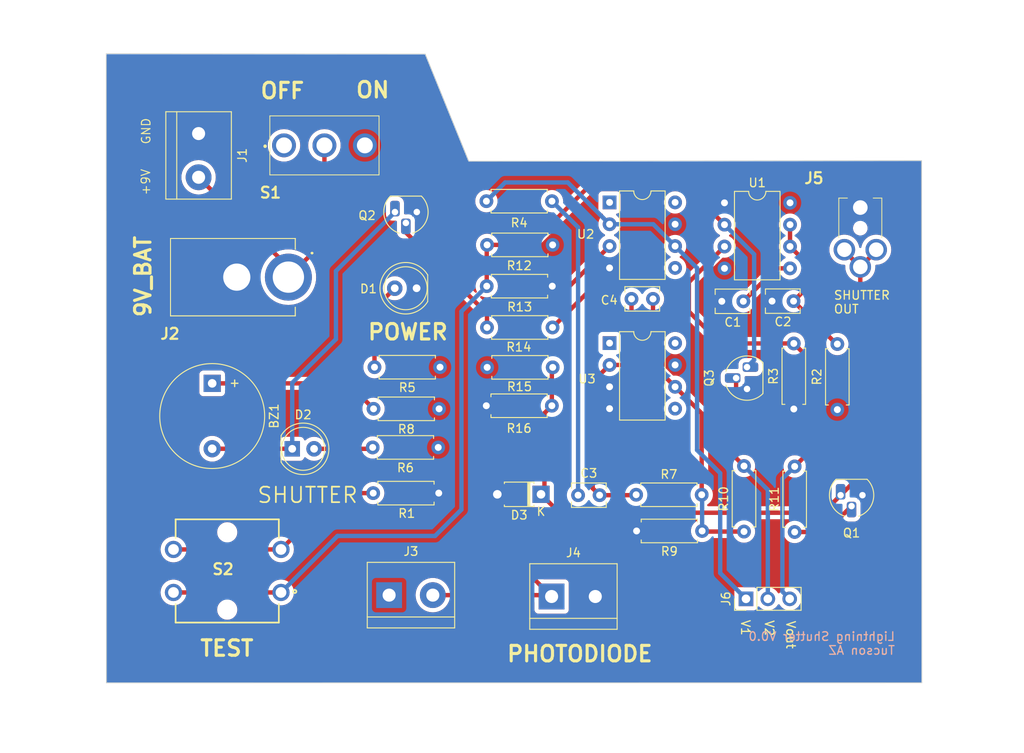
<source format=kicad_pcb>
(kicad_pcb (version 20221018) (generator pcbnew)
  (layers (0 "F.Cu" signal) (31 "B.Cu" signal) (34 "B.Paste" user) (35 "F.Paste" user) (36 "B.SilkS" user "B.Silkscreen") (37 "F.SilkS" user "F.Silkscreen") (38 "B.Mask" user) (39 "F.Mask" user) (44 "Edge.Cuts" user))
  (net 0 "")
  (net 1 "Net-(BZ1--)")
  (net 2 "/SHUTTER_ON")
  (net 3 "GND")
  (net 4 "Net-(U1-CV)")
  (net 5 "Net-(U1-DIS)")
  (net 6 "Net-(C3-Pad1)")
  (net 7 "Net-(U3--)")
  (net 8 "Net-(C4-Pad2)")
  (net 9 "Net-(D1-A)")
  (net 10 "Net-(D2-A)")
  (net 11 "/SHUTTER")
  (net 12 "+9V")
  (net 13 "/VCC")
  (net 14 "/Vin")
  (net 15 "/V1")
  (net 16 "/V2")
  (net 17 "/Vout")
  (net 18 "Net-(Q1-B)")
  (net 19 "Net-(Q2-B)")
  (net 20 "/TRIG")
  (net 21 "Net-(R1-Pad1)")
  (footprint "Resistor_THT:R_Axial_DIN0207_L6.3mm_D2.5mm_P7.62mm_Horizontal" (layer "F.Cu") (at 95.18 95.94)
    (fp_text reference "R4" (at 3.81 2.52) (layer "F.SilkS"))
    (fp_text value "1k")
    (pad "1" thru_hole circle (at 0 0) (size 1.6 1.6) (drill 0.8) (layers "*.Cu" "*.Mask") (net 15 "/V1"))
    (pad "2" thru_hole oval (at 7.62 0) (size 1.6 1.6) (drill 0.8) (layers "*.Cu" "*.Mask") (net 6 "Net-(C3-Pad1)"))
  )
  (footprint "Resistor_THT:R_Axial_DIN0207_L6.3mm_D2.5mm_P7.62mm_Horizontal" (layer "F.Cu") (at 112.59 130.07)
    (fp_text reference "R7" (at 3.81 -2.37) (layer "F.SilkS"))
    (fp_text value "10k")
    (pad "1" thru_hole circle (at 0 0) (size 1.6 1.6) (drill 0.8) (layers "*.Cu" "*.Mask") (net 7 "Net-(U3--)"))
    (pad "2" thru_hole oval (at 7.62 0) (size 1.6 1.6) (drill 0.8) (layers "*.Cu" "*.Mask") (net 8 "Net-(C4-Pad2)"))
  )
  (footprint "Resistor_THT:R_Axial_DIN0207_L6.3mm_D2.5mm_P7.62mm_Horizontal" (layer "F.Cu") (at 120.26 134.28 180)
    (fp_text reference "R9" (at 3.81 -2.37) (layer "F.SilkS"))
    (fp_text value "100")
    (pad "1" thru_hole circle (at 0 0 180) (size 1.6 1.6) (drill 0.8) (layers "*.Cu" "*.Mask") (net 8 "Net-(C4-Pad2)"))
    (pad "2" thru_hole oval (at 7.62 0 180) (size 1.6 1.6) (drill 0.8) (layers "*.Cu" "*.Mask") (net 3 "GND"))
  )
  (footprint "Connector_PinHeader_2.54mm:PinHeader_1x03_P2.54mm_Vertical" (layer "F.Cu") (at 125.36 142.17 90)
    (fp_text reference "J6" (at 0 -2.33 90) (layer "F.SilkS"))
    (fp_text value "Conn_01x03_Pin")
    (pad "1" thru_hole rect (at 0 0 90) (size 1.7 1.7) (drill 1) (layers "*.Cu" "*.Mask") (net 15 "/V1"))
    (pad "2" thru_hole oval (at 0 2.54 90) (size 1.7 1.7) (drill 1) (layers "*.Cu" "*.Mask") (net 16 "/V2"))
    (pad "3" thru_hole oval (at 0 5.08 90) (size 1.7 1.7) (drill 1) (layers "*.Cu" "*.Mask") (net 17 "/Vout"))
  )
  (footprint "ZhuLib:TerminalBlock_TE-2_P5.08mm" (layer "F.Cu") (at 61.72 88.08 -90)
    (fp_text reference "J1" (at 2.54 -5.08 90) (layer "F.SilkS"))
    (fp_text value "Screw_Terminal_01x02")
    (pad "1" thru_hole rect (at 0 0 270) (size 3 3) (drill 1.52) (layers "*.Cu" "*.Mask") (net 3 "GND"))
    (pad "2" thru_hole circle (at 5.08 0 270) (size 3 3) (drill 1.52) (layers "*.Cu" "*.Mask") (net 12 "+9V"))
  )
  (footprint "ZhuLib:TerminalBlock_TE-2_P5.08mm" (layer "F.Cu") (at 102.76 141.9)
    (fp_text reference "J4" (at 2.54 -5.08) (layer "F.SilkS"))
    (fp_text value "Screw_Terminal_01x02")
    (pad "1" thru_hole rect (at 0 0) (size 3 3) (drill 1.52) (layers "*.Cu" "*.Mask") (net 14 "/Vin"))
    (pad "2" thru_hole circle (at 5.08 0) (size 3 3) (drill 1.52) (layers "*.Cu" "*.Mask") (net 3 "GND"))
  )
  (footprint "Package_DIP:DIP-8_W7.62mm" (layer "F.Cu") (at 109.5 96.08)
    (fp_text reference "U2" (at -2.78 3.7) (layer "F.SilkS"))
    (fp_text value "LM741")
    (pad "1" thru_hole rect (at 0 0) (size 1.6 1.6) (drill 0.8) (layers "*.Cu" "*.Mask"))
    (pad "2" thru_hole oval (at 0 2.54) (size 1.6 1.6) (drill 0.8) (layers "*.Cu" "*.Mask") (net 15 "/V1"))
    (pad "3" thru_hole oval (at 0 5.08) (size 1.6 1.6) (drill 0.8) (layers "*.Cu" "*.Mask") (net 14 "/Vin"))
    (pad "4" thru_hole oval (at 0 7.62) (size 1.6 1.6) (drill 0.8) (layers "*.Cu" "*.Mask") (net 3 "GND"))
    (pad "5" thru_hole oval (at 7.62 7.62) (size 1.6 1.6) (drill 0.8) (layers "*.Cu" "*.Mask"))
    (pad "6" thru_hole oval (at 7.62 5.08) (size 1.6 1.6) (drill 0.8) (layers "*.Cu" "*.Mask") (net 15 "/V1"))
    (pad "7" thru_hole oval (at 7.62 2.54) (size 1.6 1.6) (drill 0.8) (layers "*.Cu" "*.Mask") (net 13 "/VCC"))
    (pad "8" thru_hole oval (at 7.62 0) (size 1.6 1.6) (drill 0.8) (layers "*.Cu" "*.Mask"))
  )
  (footprint "LED_THT:LED_D5.0mm_Clear" (layer "F.Cu") (at 87.065 106.06 180)
    (fp_text reference "D1" (at 5.595 -0.07) (layer "F.SilkS"))
    (fp_text value "LED")
    (pad "1" thru_hole rect (at 0 0 180) (size 1.8 1.8) (drill 0.9) (layers "*.Cu" "*.Mask") (net 3 "GND"))
    (pad "2" thru_hole circle (at 2.54 0 180) (size 1.8 1.8) (drill 0.9) (layers "*.Cu" "*.Mask") (net 9 "Net-(D1-A)"))
  )
  (footprint "Resistor_THT:R_Axial_DIN0207_L6.3mm_D2.5mm_P7.62mm_Horizontal" (layer "F.Cu") (at 130.92 120.1 90)
    (fp_text reference "R3" (at 3.81 -2.37 90) (layer "F.SilkS"))
    (fp_text value "10k")
    (pad "1" thru_hole circle (at 0 0 90) (size 1.6 1.6) (drill 0.8) (layers "*.Cu" "*.Mask") (net 3 "GND"))
    (pad "2" thru_hole oval (at 7.62 0 90) (size 1.6 1.6) (drill 0.8) (layers "*.Cu" "*.Mask") (net 17 "/Vout"))
  )
  (footprint "Resistor_THT:R_Axial_DIN0207_L6.3mm_D2.5mm_P7.62mm_Horizontal" (layer "F.Cu") (at 102.84 105.82 180)
    (fp_text reference "R13" (at 3.79 -2.42) (layer "F.SilkS"))
    (fp_text value "5.1k")
    (pad "1" thru_hole circle (at 0 0 180) (size 1.6 1.6) (drill 0.8) (layers "*.Cu" "*.Mask") (net 3 "GND"))
    (pad "2" thru_hole oval (at 7.62 0 180) (size 1.6 1.6) (drill 0.8) (layers "*.Cu" "*.Mask") (net 20 "/TRIG"))
  )
  (footprint "ZhuLib:B3F-4055" (layer "F.Cu") (at 65.05 138.93)
    (fp_text reference "S2" (at -0.488 -0.204) (layer "F.SilkS") (effects (font (size 1.27 1.27) (thickness 0.254))))
    (fp_text value "B3F-4055" hide)
    (pad "" np_thru_hole circle (at 0 -4.5) (size 1.85 1.85) (drill 1.85) (layers "*.Cu" "*.Mask"))
    (pad "" np_thru_hole circle (at 0 4.5) (size 1.85 1.85) (drill 1.85) (layers "*.Cu" "*.Mask"))
    (pad "1" thru_hole circle (at 6.25 2.5) (size 2 2) (drill 1.25) (layers "*.Cu" "*.Mask") (net 20 "/TRIG"))
    (pad "2" thru_hole circle (at -6.25 2.5) (size 2 2) (drill 1.25) (layers "*.Cu" "*.Mask") (net 20 "/TRIG"))
    (pad "3" thru_hole circle (at 6.25 -2.5) (size 2 2) (drill 1.25) (layers "*.Cu" "*.Mask") (net 21 "Net-(R1-Pad1)"))
    (pad "4" thru_hole circle (at -6.25 -2.5) (size 2 2) (drill 1.25) (layers "*.Cu" "*.Mask") (net 21 "Net-(R1-Pad1)"))
  )
  (footprint "Diode_THT:D_T-1_P5.08mm_Horizontal" (layer "F.Cu") (at 101.53 130.02 180)
    (fp_text reference "D3" (at 2.54 -2.42) (layer "F.SilkS"))
    (fp_text value "D_Zener")
    (fp_text user "K" (at 0 -2) (layer "F.SilkS"))
    (pad "1" thru_hole rect (at 0 0 180) (size 2 2) (drill 1) (layers "*.Cu" "*.Mask") (net 11 "/SHUTTER"))
    (pad "2" thru_hole oval (at 5.08 0 180) (size 2 2) (drill 1) (layers "*.Cu" "*.Mask") (net 3 "GND"))
  )
  (footprint "Resistor_THT:R_Axial_DIN0207_L6.3mm_D2.5mm_P7.62mm_Horizontal" (layer "F.Cu") (at 82.02 129.88)
    (fp_text reference "R1" (at 3.9 2.36) (layer "F.SilkS"))
    (fp_text value "1k")
    (pad "1" thru_hole circle (at 0 0) (size 1.6 1.6) (drill 0.8) (layers "*.Cu" "*.Mask") (net 21 "Net-(R1-Pad1)"))
    (pad "2" thru_hole oval (at 7.62 0) (size 1.6 1.6) (drill 0.8) (layers "*.Cu" "*.Mask") (net 3 "GND"))
  )
  (footprint "Resistor_THT:R_Axial_DIN0207_L6.3mm_D2.5mm_P7.62mm_Horizontal" (layer "F.Cu") (at 131.02 134.4 90)
    (fp_text reference "R11" (at 3.81 -2.37 90) (layer "F.SilkS"))
    (fp_text value "10k")
    (pad "1" thru_hole circle (at 0 0 90) (size 1.6 1.6) (drill 0.8) (layers "*.Cu" "*.Mask") (net 18 "Net-(Q1-B)"))
    (pad "2" thru_hole oval (at 7.62 0 90) (size 1.6 1.6) (drill 0.8) (layers "*.Cu" "*.Mask") (net 17 "/Vout"))
  )
  (footprint "Resistor_THT:R_Axial_DIN0207_L6.3mm_D2.5mm_P7.62mm_Horizontal" (layer "F.Cu") (at 95.17 119.72)
    (fp_text reference "R16" (at 3.81 2.63) (layer "F.SilkS"))
    (fp_text value "1k")
    (pad "1" thru_hole circle (at 0 0) (size 1.6 1.6) (drill 0.8) (layers "*.Cu" "*.Mask") (net 3 "GND"))
    (pad "2" thru_hole oval (at 7.62 0) (size 1.6 1.6) (drill 0.8) (layers "*.Cu" "*.Mask") (net 11 "/SHUTTER"))
  )
  (footprint "Resistor_THT:R_Axial_DIN0207_L6.3mm_D2.5mm_P7.62mm_Horizontal" (layer "F.Cu") (at 95.26 101.02)
    (fp_text reference "R12" (at 3.74 2.42) (layer "F.SilkS"))
    (fp_text value "1k")
    (pad "1" thru_hole circle (at 0 0) (size 1.6 1.6) (drill 0.8) (layers "*.Cu" "*.Mask") (net 20 "/TRIG"))
    (pad "2" thru_hole oval (at 7.62 0) (size 1.6 1.6) (drill 0.8) (layers "*.Cu" "*.Mask") (net 13 "/VCC"))
  )
  (footprint "ZhuLib:AudioJack_SJ12503A" (layer "F.Cu") (at 138.65 96.68 -90)
    (fp_text reference "J5" (at -3.41 5.39 -180) (layer "F.SilkS") (effects (font (size 1.27 1.27) (thickness 0.254))))
    (fp_text value "SJ1-2503A" hide)
    (pad "" np_thru_hole circle (at 2.4 0 270) (size 1.2 1.2) (drill 1.2) (layers "*.Cu" "*.Mask"))
    (pad "1" thru_hole rect (at 0 0 270) (size 2.5 2.55) (drill 1.7) (layers "*.Cu" "*.Mask") (net 3 "GND"))
    (pad "2" thru_hole circle (at 4.9 1.85 270) (size 2.5 2.5) (drill 1.7) (layers "*.Cu" "*.Mask") (net 11 "/SHUTTER"))
    (pad "3" thru_hole circle (at 4.9 -1.85 270) (size 2.5 2.5) (drill 1.7) (layers "*.Cu" "*.Mask") (net 11 "/SHUTTER"))
    (pad "4" thru_hole circle (at 6.9 0 270) (size 2.5 2.5) (drill 1.7) (layers "*.Cu" "*.Mask") (net 11 "/SHUTTER"))
  )
  (footprint "Package_TO_SOT_THT:TO-92_HandSolder" (layer "F.Cu") (at 87.09 97.2 180)
    (fp_text reference "Q2" (at 5.79 -0.41) (layer "F.SilkS"))
    (fp_text value "2N3904")
    (pad "1" thru_hole rect (at 0 0 180) (size 1.1 1.8) (drill 0.75 (offset 0 0.4)) (layers "*.Cu" "*.Mask") (net 3 "GND"))
    (pad "2" thru_hole roundrect (at 1.27 -1.27 180) (size 1.1 1.8) (drill 0.75 (offset 0 -0.4)) (layers "*.Cu" "*.Mask") (net 19 "Net-(Q2-B)"))
    (pad "3" thru_hole roundrect (at 2.54 0 180) (size 1.1 1.8) (drill 0.75 (offset 0 0.4)) (layers "*.Cu" "*.Mask") (net 2 "/SHUTTER_ON"))
  )
  (footprint "Resistor_THT:R_Axial_DIN0207_L6.3mm_D2.5mm_P7.62mm_Horizontal" (layer "F.Cu") (at 89.58 124.57 180)
    (fp_text reference "R6" (at 3.81 -2.37) (layer "F.SilkS"))
    (fp_text value "500")
    (pad "1" thru_hole circle (at 0 0 180) (size 1.6 1.6) (drill 0.8) (layers "*.Cu" "*.Mask") (net 13 "/VCC"))
    (pad "2" thru_hole oval (at 7.62 0 180) (size 1.6 1.6) (drill 0.8) (layers "*.Cu" "*.Mask") (net 10 "Net-(D2-A)"))
  )
  (footprint "ZhuLib:BerralJack_PJ037A" (layer "F.Cu") (at 72.16 104.77)
    (fp_text reference "J2" (at -13.77 6.59) (layer "F.SilkS") (effects (font (size 1.27 1.27) (thickness 0.254))))
    (fp_text value "Barrel_Jack" hide)
    (pad "1" thru_hole circle (at 0 0) (size 5.46 5.46) (drill 3.64) (layers "*.Cu" "*.Mask") (net 12 "+9V"))
    (pad "2" thru_hole circle (at -6 0) (size 4.74 4.74) (drill 3.16) (layers "*.Cu" "*.Mask") (net 3 "GND"))
  )
  (footprint "Capacitor_THT:C_Disc_D3.8mm_W2.6mm_P2.50mm" (layer "F.Cu") (at 128.39 107.56)
    (fp_text reference "C2" (at 1.27 2.4) (layer "F.SilkS"))
    (fp_text value "0.01u")
    (pad "1" thru_hole circle (at 0 0) (size 1.6 1.6) (drill 0.8) (layers "*.Cu" "*.Mask") (net 3 "GND"))
    (pad "2" thru_hole circle (at 2.5 0) (size 1.6 1.6) (drill 0.8) (layers "*.Cu" "*.Mask") (net 5 "Net-(U1-DIS)"))
  )
  (footprint "Resistor_THT:R_Axial_DIN0207_L6.3mm_D2.5mm_P7.62mm_Horizontal" (layer "F.Cu") (at 89.68 120.08 180)
    (fp_text reference "R8" (at 3.81 -2.37) (layer "F.SilkS"))
    (fp_text value "100")
    (pad "1" thru_hole circle (at 0 0 180) (size 1.6 1.6) (drill 0.8) (layers "*.Cu" "*.Mask") (net 13 "/VCC"))
    (pad "2" thru_hole oval (at 7.62 0 180) (size 1.6 1.6) (drill 0.8) (layers "*.Cu" "*.Mask") (net 1 "Net-(BZ1--)"))
  )
  (footprint "ZhuLib:ToggleSwitch_100SP1T1B4M2QE" (layer "F.Cu") (at 76.35 89.45)
    (fp_text reference "S1" (at -6.28 5.5) (layer "F.SilkS") (effects (font (size 1.27 1.27) (thickness 0.254))))
    (fp_text value "100SP1T1B1M2QEH" hide)
    (pad "1" thru_hole circle (at -4.7 0) (size 2.775 2.775) (drill 1.85) (layers "*.Cu" "*.Mask"))
    (pad "2" thru_hole circle (at 0 0) (size 2.775 2.775) (drill 1.85) (layers "*.Cu" "*.Mask") (net 12 "+9V"))
    (pad "3" thru_hole circle (at 4.7 0) (size 2.775 2.775) (drill 1.85) (layers "*.Cu" "*.Mask") (net 13 "/VCC"))
  )
  (footprint "LED_THT:LED_D5.0mm_Clear" (layer "F.Cu") (at 72.605 124.73)
    (fp_text reference "D2" (at 1.27 -3.96) (layer "F.SilkS"))
    (fp_text value "LED")
    (pad "1" thru_hole rect (at 0 0) (size 1.8 1.8) (drill 0.9) (layers "*.Cu" "*.Mask") (net 2 "/SHUTTER_ON"))
    (pad "2" thru_hole circle (at 2.54 0) (size 1.8 1.8) (drill 0.9) (layers "*.Cu" "*.Mask") (net 10 "Net-(D2-A)"))
  )
  (footprint "Capacitor_THT:C_Disc_D3.8mm_W2.6mm_P2.50mm" (layer "F.Cu") (at 105.84 130.12)
    (fp_text reference "C3" (at 1.25 -2.55) (layer "F.SilkS"))
    (fp_text value "47n")
    (pad "1" thru_hole circle (at 0 0) (size 1.6 1.6) (drill 0.8) (layers "*.Cu" "*.Mask") (net 6 "Net-(C3-Pad1)"))
    (pad "2" thru_hole circle (at 2.5 0) (size 1.6 1.6) (drill 0.8) (layers "*.Cu" "*.Mask") (net 7 "Net-(U3--)"))
  )
  (footprint "Buzzer_Beeper:Buzzer_12x9.5RM7.6" (layer "F.Cu") (at 63.3 117.12 -90)
    (fp_text reference "BZ1" (at 3.8 -7.2 90) (layer "F.SilkS"))
    (fp_text value "Buzzer")
    (fp_text user "+" (at -0.01 -2.54 90) (layer "F.SilkS"))
    (pad "1" thru_hole rect (at 0 0 270) (size 2 2) (drill 1) (layers "*.Cu" "*.Mask") (net 1 "Net-(BZ1--)"))
    (pad "2" thru_hole circle (at 7.6 0 270) (size 2 2) (drill 1) (layers "*.Cu" "*.Mask") (net 2 "/SHUTTER_ON"))
  )
  (footprint "Package_TO_SOT_THT:TO-92_HandSolder" (layer "F.Cu") (at 138.9 130.12 180)
    (fp_text reference "Q1" (at 1.27 -4.4) (layer "F.SilkS"))
    (fp_text value "2N3904")
    (pad "1" thru_hole rect (at 0 0 180) (size 1.1 1.8) (drill 0.75 (offset 0 0.4)) (layers "*.Cu" "*.Mask") (net 3 "GND"))
    (pad "2" thru_hole roundrect (at 1.27 -1.27 180) (size 1.1 1.8) (drill 0.75 (offset 0 -0.4)) (layers "*.Cu" "*.Mask") (net 18 "Net-(Q1-B)"))
    (pad "3" thru_hole roundrect (at 2.54 0 180) (size 1.1 1.8) (drill 0.75 (offset 0 0.4)) (layers "*.Cu" "*.Mask") (net 11 "/SHUTTER"))
  )
  (footprint "Resistor_THT:R_Axial_DIN0207_L6.3mm_D2.5mm_P7.62mm_Horizontal" (layer "F.Cu") (at 95.25 110.62)
    (fp_text reference "R14" (at 3.7 2.28) (layer "F.SilkS"))
    (fp_text value "10k")
    (pad "1" thru_hole circle (at 0 0) (size 1.6 1.6) (drill 0.8) (layers "*.Cu" "*.Mask") (net 19 "Net-(Q2-B)"))
    (pad "2" thru_hole oval (at 7.62 0) (size 1.6 1.6) (drill 0.8) (layers "*.Cu" "*.Mask") (net 17 "/Vout"))
  )
  (footprint "Capacitor_THT:C_Disc_D3.8mm_W2.6mm_P2.50mm" (layer "F.Cu") (at 122.55 107.58)
    (fp_text reference "C1" (at 1.28 2.43) (layer "F.SilkS"))
    (fp_text value "0.01u")
    (pad "1" thru_hole circle (at 0 0) (size 1.6 1.6) (drill 0.8) (layers "*.Cu" "*.Mask") (net 3 "GND"))
    (pad "2" thru_hole circle (at 2.5 0) (size 1.6 1.6) (drill 0.8) (layers "*.Cu" "*.Mask") (net 4 "Net-(U1-CV)"))
  )
  (footprint "Resistor_THT:R_Axial_DIN0207_L6.3mm_D2.5mm_P7.62mm_Horizontal" (layer "F.Cu") (at 125.13 134.35 90)
    (fp_text reference "R10" (at 3.81 -2.37 90) (layer "F.SilkS"))
    (fp_text value "100")
    (pad "1" thru_hole circle (at 0 0 90) (size 1.6 1.6) (drill 0.8) (layers "*.Cu" "*.Mask") (net 8 "Net-(C4-Pad2)"))
    (pad "2" thru_hole oval (at 7.62 0 90) (size 1.6 1.6) (drill 0.8) (layers "*.Cu" "*.Mask") (net 16 "/V2"))
  )
  (footprint "ZhuLib:TerminalBlock_TE-2_P5.08mm" (layer "F.Cu") (at 83.87 141.74)
    (fp_text reference "J3" (at 2.54 -5.08) (layer "F.SilkS"))
    (fp_text value "Screw_Terminal_01x02")
    (pad "1" thru_hole rect (at 0 0) (size 3 3) (drill 1.52) (layers "*.Cu" "*.Mask") (net 13 "/VCC"))
    (pad "2" thru_hole circle (at 5.08 0) (size 3 3) (drill 1.52) (layers "*.Cu" "*.Mask") (net 14 "/Vin"))
  )
  (footprint "Package_DIP:DIP-8_W7.62mm" (layer "F.Cu") (at 109.5 112.44)
    (fp_text reference "U3" (at -2.62 4.17) (layer "F.SilkS"))
    (fp_text value "LM741")
    (pad "1" thru_hole rect (at 0 0) (size 1.6 1.6) (drill 0.8) (layers "*.Cu" "*.Mask"))
    (pad "2" thru_hole oval (at 0 2.54) (size 1.6 1.6) (drill 0.8) (layers "*.Cu" "*.Mask") (net 7 "Net-(U3--)"))
    (pad "3" thru_hole oval (at 0 5.08) (size 1.6 1.6) (drill 0.8) (layers "*.Cu" "*.Mask") (net 3 "GND"))
    (pad "4" thru_hole oval (at 0 7.62) (size 1.6 1.6) (drill 0.8) (layers "*.Cu" "*.Mask") (net 3 "GND"))
    (pad "5" thru_hole oval (at 7.62 7.62) (size 1.6 1.6) (drill 0.8) (layers "*.Cu" "*.Mask"))
    (pad "6" thru_hole oval (at 7.62 5.08) (size 1.6 1.6) (drill 0.8) (layers "*.Cu" "*.Mask") (net 8 "Net-(C4-Pad2)"))
    (pad "7" thru_hole oval (at 7.62 2.54) (size 1.6 1.6) (drill 0.8) (layers "*.Cu" "*.Mask") (net 13 "/VCC"))
    (pad "8" thru_hole oval (at 7.62 0) (size 1.6 1.6) (drill 0.8) (layers "*.Cu" "*.Mask"))
  )
  (footprint "Package_TO_SOT_THT:TO-92_HandSolder" (layer "F.Cu") (at 125.48 117.77 90)
    (fp_text reference "Q3" (at 1.27 -4.4 90) (layer "F.SilkS"))
    (fp_text value "2N3904")
    (pad "1" thru_hole rect (at 0 0 90) (size 1.1 1.8) (drill 0.75 (offset 0 0.4)) (layers "*.Cu" "*.Mask") (net 3 "GND"))
    (pad "2" thru_hole roundrect (at 1.27 -1.27 90) (size 1.1 1.8) (drill 0.75 (offset 0 -0.4)) (layers "*.Cu" "*.Mask") (net 16 "/V2"))
    (pad "3" thru_hole roundrect (at 2.54 0 90) (size 1.1 1.8) (drill 0.75 (offset 0 0.4)) (layers "*.Cu" "*.Mask") (net 20 "/TRIG"))
  )
  (footprint "Resistor_THT:R_Axial_DIN0207_L6.3mm_D2.5mm_P7.62mm_Horizontal" (layer "F.Cu") (at 89.79 115.24 180)
    (fp_text reference "R5" (at 3.81 -2.37) (layer "F.SilkS"))
    (fp_text value "500")
    (pad "1" thru_hole circle (at 0 0 180) (size 1.6 1.6) (drill 0.8) (layers "*.Cu" "*.Mask") (net 13 "/VCC"))
    (pad "2" thru_hole oval (at 7.62 0 180) (size 1.6 1.6) (drill 0.8) (layers "*.Cu" "*.Mask") (net 9 "Net-(D1-A)"))
  )
  (footprint "Package_DIP:DIP-8_W7.62mm" (layer "F.Cu") (at 122.86 96.13)
    (fp_text reference "U1" (at 3.81 -2.33) (layer "F.SilkS"))
    (fp_text value "NE555P")
    (pad "1" thru_hole rect (at 0 0) (size 1.6 1.6) (drill 0.8) (layers "*.Cu" "*.Mask") (net 3 "GND"))
    (pad "2" thru_hole oval (at 0 2.54) (size 1.6 1.6) (drill 0.8) (layers "*.Cu" "*.Mask") (net 20 "/TRIG"))
    (pad "3" thru_hole oval (at 0 5.08) (size 1.6 1.6) (drill 0.8) (layers "*.Cu" "*.Mask") (net 17 "/Vout"))
    (pad "4" thru_hole oval (at 0 7.62) (size 1.6 1.6) (drill 0.8) (layers "*.Cu" "*.Mask") (net 13 "/VCC"))
    (pad "5" thru_hole oval (at 7.62 7.62) (size 1.6 1.6) (drill 0.8) (layers "*.Cu" "*.Mask") (net 4 "Net-(U1-CV)"))
    (pad "6" thru_hole oval (at 7.62 5.08) (size 1.6 1.6) (drill 0.8) (layers "*.Cu" "*.Mask") (net 5 "Net-(U1-DIS)"))
    (pad "7" thru_hole oval (at 7.62 2.54) (size 1.6 1.6) (drill 0.8) (layers "*.Cu" "*.Mask") (net 5 "Net-(U1-DIS)"))
    (pad "8" thru_hole oval (at 7.62 0) (size 1.6 1.6) (drill 0.8) (layers "*.Cu" "*.Mask") (net 13 "/VCC"))
  )
  (footprint "Capacitor_THT:C_Disc_D3.8mm_W2.6mm_P2.50mm" (layer "F.Cu") (at 112.05 107.3)
    (fp_text reference "C4" (at -2.59 0.15) (layer "F.SilkS"))
    (fp_text value "4.7n")
    (pad "1" thru_hole circle (at 0 0) (size 1.6 1.6) (drill 0.8) (layers "*.Cu" "*.Mask") (net 7 "Net-(U3--)"))
    (pad "2" thru_hole circle (at 2.5 0) (size 1.6 1.6) (drill 0.8) (layers "*.Cu" "*.Mask") (net 8 "Net-(C4-Pad2)"))
  )
  (footprint "Resistor_THT:R_Axial_DIN0207_L6.3mm_D2.5mm_P7.62mm_Horizontal" (layer "F.Cu") (at 102.89 115.26 180)
    (fp_text reference "R15" (at 3.86 -2.25) (layer "F.SilkS"))
    (fp_text value "2k")
    (pad "1" thru_hole circle (at 0 0 180) (size 1.6 1.6) (drill 0.8) (layers "*.Cu" "*.Mask") (net 11 "/SHUTTER"))
    (pad "2" thru_hole oval (at 7.62 0 180) (size 1.6 1.6) (drill 0.8) (layers "*.Cu" "*.Mask") (net 13 "/VCC"))
  )
  (footprint "Resistor_THT:R_Axial_DIN0207_L6.3mm_D2.5mm_P7.62mm_Horizontal" (layer "F.Cu") (at 135.98 120.17 90)
    (fp_text reference "R2" (at 3.81 -2.37 90) (layer "F.SilkS"))
    (fp_text value "220k")
    (pad "1" thru_hole circle (at 0 0 90) (size 1.6 1.6) (drill 0.8) (layers "*.Cu" "*.Mask") (net 13 "/VCC"))
    (pad "2" thru_hole oval (at 7.62 0 90) (size 1.6 1.6) (drill 0.8) (layers "*.Cu" "*.Mask") (net 5 "Net-(U1-DIS)"))
  )
  (gr_poly (pts (xy 50.98 78.8) (xy 51 151.94) (xy 145.81 151.93) (xy 145.78 91.22) (xy 93.13 91.29) (xy 88.07 78.83)) (stroke (width 0.1)) (fill none) (layer "Edge.Cuts"))
  (gr_text "Lightning Shutter V0.0\nTucson AZ" (at 142.76 148.74) (layer "B.SilkS") (effects (font (size 1 1)) (justify left bottom mirror)))
  (gr_text "V1" (at 124.72 144.52 -90) (layer "F.SilkS") (effects (font (size 1 1)) (justify left bottom)))
  (gr_text "ON" (at 79.84 84.06) (layer "F.SilkS") (effects (font (size 1.8 1.8) (thickness 0.36) bold) (justify left bottom)))
  (gr_text "+9V" (at 56.16 95.32 90) (layer "F.SilkS") (effects (font (size 1 1) (thickness 0.125)) (justify left bottom)))
  (gr_text "TEST" (at 61.73 148.97) (layer "F.SilkS") (effects (font (size 1.8 1.8) (thickness 0.36) bold) (justify left bottom)))
  (gr_text "GND" (at 56.2 89.4 90) (layer "F.SilkS") (effects (font (size 1 1) (thickness 0.125)) (justify left bottom)))
  (gr_text "9V_BAT" (at 56.31 109.6 90) (layer "F.SilkS") (effects (font (size 1.8 1.8) (thickness 0.36) bold) (justify left bottom)))
  (gr_text "SHUTTER\nOUT" (at 135.5 109.07) (layer "F.SilkS") (effects (font (size 1 1)) (justify left bottom)))
  (gr_text "PHOTODIODE" (at 97.4 149.62) (layer "F.SilkS") (effects (font (size 1.8 1.8) (thickness 0.36) bold) (justify left bottom)))
  (gr_text "OFF" (at 68.74 84.16) (layer "F.SilkS") (effects (font (size 1.8 1.8) (thickness 0.36) bold) (justify left bottom)))
  (gr_text "Vout" (at 129.98 144.63 -90) (layer "F.SilkS") (effects (font (size 1 1)) (justify left bottom)))
  (gr_text "V2" (at 127.49 144.57 -90) (layer "F.SilkS") (effects (font (size 1 1)) (justify left bottom)))
  (gr_text "SHUTTER" (at 68.43 131.16) (layer "F.SilkS") (effects (font (size 1.8 1.8) (thickness 0.2) bold) (justify left bottom)))
  (gr_text "POWER" (at 81.23 112.2) (layer "F.SilkS") (effects (font (size 1.8 1.8) (thickness 0.36) bold) (justify left bottom)))
  (segment (start 63.3 117.12) (end 79.1 117.12) (width 0.508) (layer "F.Cu") (net 1))
  (segment (start 79.1 117.12) (end 82.06 120.08) (width 0.508) (layer "F.Cu") (net 1))
  (segment (start 72.595 124.72) (end 72.605 124.73) (width 0.508) (layer "F.Cu") (net 2))
  (segment (start 63.3 124.72) (end 72.595 124.72) (width 0.508) (layer "F.Cu") (net 2))
  (segment (start 77.69 111.98) (end 72.605 117.065) (width 0.508) (layer "B.Cu") (net 2))
  (segment (start 72.605 117.065) (end 72.605 124.73) (width 0.508) (layer "B.Cu") (net 2))
  (segment (start 84.55 97.2) (end 77.69 104.06) (width 0.508) (layer "B.Cu") (net 2))
  (segment (start 77.69 104.06) (end 77.69 111.98) (width 0.508) (layer "B.Cu") (net 2))
  (segment (start 128.88 103.75) (end 125.05 107.58) (width 0.508) (layer "F.Cu") (net 4))
  (segment (start 130.48 103.75) (end 128.88 103.75) (width 0.508) (layer "F.Cu") (net 4))
  (segment (start 130.48 98.67) (end 130.48 101.21) (width 0.508) (layer "F.Cu") (net 5))
  (segment (start 130.89 107.56) (end 135.88 112.55) (width 0.508) (layer "F.Cu") (net 5))
  (segment (start 135.88 112.55) (end 135.98 112.55) (width 0.508) (layer "F.Cu") (net 5))
  (segment (start 132.89 103.62) (end 130.48 101.21) (width 0.508) (layer "F.Cu") (net 5))
  (segment (start 130.89 107.56) (end 132.89 105.56) (width 0.508) (layer "F.Cu") (net 5))
  (segment (start 132.89 105.56) (end 132.89 103.62) (width 0.508) (layer "F.Cu") (net 5))
  (segment (start 105.84 98.98) (end 105.84 130.12) (width 0.508) (layer "B.Cu") (net 6))
  (segment (start 102.8 95.94) (end 105.84 98.98) (width 0.508) (layer "B.Cu") (net 6))
  (segment (start 107.540001 116.939999) (end 109.5 114.98) (width 0.508) (layer "F.Cu") (net 7))
  (segment (start 108.34 130.12) (end 112.54 130.12) (width 0.508) (layer "F.Cu") (net 7))
  (segment (start 110.96 114.98) (end 109.5 114.98) (width 0.508) (layer "F.Cu") (net 7))
  (segment (start 112.05 107.3) (end 112.05 113.89) (width 0.508) (layer "F.Cu") (net 7))
  (segment (start 112.54 130.12) (end 112.59 130.07) (width 0.508) (layer "F.Cu") (net 7))
  (segment (start 112.05 113.89) (end 110.96 114.98) (width 0.508) (layer "F.Cu") (net 7))
  (segment (start 108.34 130.12) (end 107.540001 129.320001) (width 0.508) (layer "F.Cu") (net 7))
  (segment (start 107.540001 129.320001) (end 107.540001 116.939999) (width 0.508) (layer "F.Cu") (net 7))
  (segment (start 114.55 114.95) (end 117.12 117.52) (width 0.508) (layer "F.Cu") (net 8))
  (segment (start 117.12 117.52) (end 120.21 120.61) (width 0.508) (layer "F.Cu") (net 8))
  (segment (start 120.33 134.35) (end 120.26 134.28) (width 0.508) (layer "F.Cu") (net 8))
  (segment (start 114.55 107.3) (end 114.55 114.95) (width 0.508) (layer "F.Cu") (net 8))
  (segment (start 125.13 134.35) (end 120.33 134.35) (width 0.508) (layer "F.Cu") (net 8))
  (segment (start 120.21 120.61) (end 120.21 130.07) (width 0.508) (layer "F.Cu") (net 8))
  (segment (start 120.26 130.12) (end 120.21 130.07) (width 0.508) (layer "B.Cu") (net 8))
  (segment (start 120.26 134.28) (end 120.26 130.12) (width 0.508) (layer "B.Cu") (net 8))
  (segment (start 82.17 115.24) (end 82.17 108.415) (width 0.508) (layer "F.Cu") (net 9))
  (segment (start 82.17 108.415) (end 84.525 106.06) (width 0.508) (layer "F.Cu") (net 9))
  (segment (start 75.145 124.73) (end 81.8 124.73) (width 0.508) (layer "F.Cu") (net 10))
  (segment (start 81.8 124.73) (end 81.96 124.57) (width 0.508) (layer "F.Cu") (net 10))
  (segment (start 134.32 132.16) (end 103.59 132.16) (width 0.508) (layer "F.Cu") (net 11))
  (segment (start 136.8 101.73) (end 138.65 103.58) (width 0.508) (layer "F.Cu") (net 11))
  (segment (start 103.59 132.08) (end 101.53 130.02) (width 0.508) (layer "F.Cu") (net 11))
  (segment (start 101.93 120.58) (end 101.93 129.62) (width 0.508) (layer "F.Cu") (net 11))
  (segment (start 140.5 101.58) (end 140.5 101.73) (width 0.508) (layer "F.Cu") (net 11))
  (segment (start 102.79 119.72) (end 102.79 115.36) (width 0.508) (layer "F.Cu") (net 11))
  (segment (start 101.93 129.62) (end 101.53 130.02) (width 0.508) (layer "F.Cu") (net 11))
  (segment (start 136.36 130.12) (end 138.65 127.83) (width 0.508) (layer "F.Cu") (net 11))
  (segment (start 103.59 132.16) (end 103.59 132.08) (width 0.508) (layer "F.Cu") (net 11))
  (segment (start 140.5 101.73) (end 138.65 103.58) (width 0.508) (layer "F.Cu") (net 11))
  (segment (start 102.79 119.72) (end 101.93 120.58) (width 0.508) (layer "F.Cu") (net 11))
  (segment (start 102.79 115.36) (end 102.89 115.26) (width 0.508) (layer "F.Cu") (net 11))
  (segment (start 136.8 101.58) (end 136.8 101.73) (width 0.508) (layer "F.Cu") (net 11))
  (segment (start 138.65 127.83) (end 138.65 103.58) (width 0.508) (layer "F.Cu") (net 11))
  (segment (start 136.36 130.12) (end 134.32 132.16) (width 0.508) (layer "F.Cu") (net 11))
  (segment (start 76.35 89.45) (end 76.35 100.58) (width 0.508) (layer "F.Cu") (net 12))
  (segment (start 61.72 93.16) (end 72.16 103.6) (width 0.508) (layer "F.Cu") (net 12))
  (segment (start 76.35 100.58) (end 72.16 104.77) (width 0.508) (layer "F.Cu") (net 12))
  (segment (start 72.16 103.6) (end 72.16 104.77) (width 0.508) (layer "F.Cu") (net 12))
  (segment (start 102.6 141.74) (end 102.76 141.9) (width 0.508) (layer "F.Cu") (net 14))
  (segment (start 88.95 141.74) (end 102.6 141.74) (width 0.508) (layer "F.Cu") (net 14))
  (segment (start 99.38 111.28) (end 99.38 138.52) (width 0.508) (layer "F.Cu") (net 14))
  (segment (start 99.38 138.52) (end 102.76 141.9) (width 0.508) (layer "F.Cu") (net 14))
  (segment (start 109.5 101.16) (end 99.38 111.28) (width 0.508) (layer "F.Cu") (net 14))
  (segment (start 125.36 142.17) (end 122.36 139.17) (width 0.508) (layer "B.Cu") (net 15))
  (segment (start 109.5 98.62) (end 114.58 98.62) (width 0.508) (layer "B.Cu") (net 15))
  (segment (start 122.36 139.17) (end 122.36 127.56) (width 0.508) (layer "B.Cu") (net 15))
  (segment (start 95.18 95.94) (end 97.36 93.76) (width 0.508) (layer "B.Cu") (net 15))
  (segment (start 119.67 103.71) (end 117.12 101.16) (width 0.508) (layer "B.Cu") (net 15))
  (segment (start 104.64 93.76) (end 109.5 98.62) (width 0.508) (layer "B.Cu") (net 15))
  (segment (start 114.58 98.62) (end 117.12 101.16) (width 0.508) (layer "B.Cu") (net 15))
  (segment (start 122.36 127.56) (end 119.67 124.87) (width 0.508) (layer "B.Cu") (net 15))
  (segment (start 119.67 124.87) (end 119.67 103.71) (width 0.508) (layer "B.Cu") (net 15))
  (segment (start 97.36 93.76) (end 104.64 93.76) (width 0.508) (layer "B.Cu") (net 15))
  (segment (start 124.21 125.81) (end 125.13 126.73) (width 0.508) (layer "F.Cu") (net 16))
  (segment (start 124.21 116.5) (end 124.21 125.81) (width 0.508) (layer "F.Cu") (net 16))
  (segment (start 127.9 142.17) (end 127.9 129.5) (width 0.508) (layer "B.Cu") (net 16))
  (segment (start 127.9 129.5) (end 125.13 126.73) (width 0.508) (layer "B.Cu") (net 16))
  (segment (start 133.01 124.79) (end 133.01 114.57) (width 0.508) (layer "F.Cu") (net 17))
  (segment (start 122.43 112.48) (end 118.72 108.77) (width 0.508) (layer "F.Cu") (net 17))
  (segment (start 133.01 114.57) (end 130.92 112.48) (width 0.508) (layer "F.Cu") (net 17))
  (segment (start 108.14 105.35) (end 118.72 105.35) (width 0.508) (layer "F.Cu") (net 17))
  (segment (start 102.87 110.62) (end 108.14 105.35) (width 0.508) (layer "F.Cu") (net 17))
  (segment (start 130.92 112.48) (end 122.43 112.48) (width 0.508) (layer "F.Cu") (net 17))
  (segment (start 118.72 105.35) (end 122.86 101.21) (width 0.508) (layer "F.Cu") (net 17))
  (segment (start 118.72 108.77) (end 118.72 105.35) (width 0.508) (layer "F.Cu") (net 17))
  (segment (start 131.02 126.78) (end 133.01 124.79) (width 0.508) (layer "F.Cu") (net 17))
  (segment (start 129.59 141.32) (end 129.59 128.21) (width 0.508) (layer "B.Cu") (net 17))
  (segment (start 130.44 142.17) (end 129.59 141.32) (width 0.508) (layer "B.Cu") (net 17))
  (segment (start 129.59 128.21) (end 131.02 126.78) (width 0.508) (layer "B.Cu") (net 17))
  (segment (start 134.62 134.4) (end 137.63 131.39) (width 0.508) (layer "F.Cu") (net 18))
  (segment (start 131.02 134.4) (end 134.62 134.4) (width 0.508) (layer "F.Cu") (net 18))
  (segment (start 95.25 109.01) (end 95.25 110.62) (width 0.508) (layer "F.Cu") (net 19))
  (segment (start 85.82 99.58) (end 95.25 109.01) (width 0.508) (layer "F.Cu") (net 19))
  (segment (start 85.82 98.47) (end 85.82 99.58) (width 0.508) (layer "F.Cu") (net 19))
  (segment (start 95.22 101.06) (end 95.26 101.02) (width 0.508) (layer "F.Cu") (net 20))
  (segment (start 107.81 93.5) (end 100.29 101.02) (width 0.508) (layer "F.Cu") (net 20))
  (segment (start 117.69 93.5) (end 107.81 93.5) (width 0.508) (layer "F.Cu") (net 20))
  (segment (start 122.86 98.67) (end 117.69 93.5) (width 0.508) (layer "F.Cu") (net 20))
  (segment (start 100.29 101.02) (end 95.26 101.02) (width 0.508) (layer "F.Cu") (net 20))
  (segment (start 58.8 141.43) (end 71.3 141.43) (width 0.508) (layer "F.Cu") (net 20))
  (segment (start 95.22 105.82) (end 95.22 101.06) (width 0.508) (layer "F.Cu") (net 20))
  (segment (start 126.304 102.114) (end 126.304 114.406) (width 0.508) (layer "B.Cu") (net 20))
  (segment (start 122.86 98.67) (end 126.304 102.114) (width 0.508) (layer "B.Cu") (net 20))
  (segment (start 92.28 131.79) (end 89.21 134.86) (width 0.508) (layer "B.Cu") (net 20))
  (segment (start 126.304 114.406) (end 125.48 115.23) (width 0.508) (layer "B.Cu") (net 20))
  (segment (start 89.21 134.86) (end 77.87 134.86) (width 0.508) (layer "B.Cu") (net 20))
  (segment (start 92.28 108.76) (end 92.28 131.79) (width 0.508) (layer "B.Cu") (net 20))
  (segment (start 95.22 105.82) (end 92.28 108.76) (width 0.508) (layer "B.Cu") (net 20))
  (segment (start 77.87 134.86) (end 71.3 141.43) (width 0.508) (layer "B.Cu") (net 20))
  (segment (start 82.02 129.88) (end 77.85 129.88) (width 0.508) (layer "F.Cu") (net 21))
  (segment (start 77.85 129.88) (end 71.3 136.43) (width 0.508) (layer "F.Cu") (net 21))
  (segment (start 58.8 136.43) (end 71.3 136.43) (width 0.508) (layer "F.Cu") (net 21))
  (zone (net 13) (net_name "/VCC") (layer "F.Cu") (connect_pads yes (clearance 0.5)) (min_thickness 0.25) (fill yes (thermal_gap 0.5) (thermal_bridge_width 0.5))
    (polygon (pts (xy 49.39 77.52) (xy 49.47 153.41) (xy 155.33 153.41) (xy 157.7 75.55) (xy 48.52 78.07)))
  )
  (zone (net 3) (net_name "GND") (layer "B.Cu") (priority 1) (connect_pads yes (clearance 0.5)) (min_thickness 0.25) (fill yes (thermal_gap 0.5) (thermal_bridge_width 0.5))
    (polygon (pts (xy 47.92 76.81) (xy 49.22 156.8) (xy 156.9 154.55) (xy 157.37 72.55) (xy 45.55 78.47)))
  )
)
</source>
